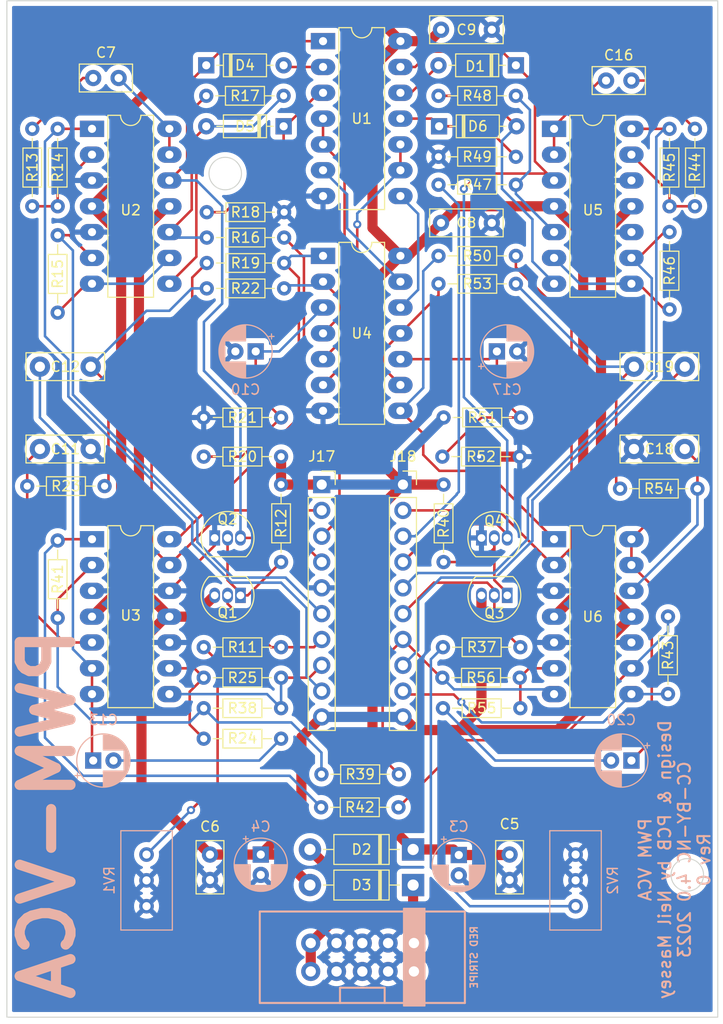
<source format=kicad_pcb>
(kicad_pcb (version 20211014) (generator pcbnew)
  (layers (0 "F.Cu" signal) (31 "B.Cu" signal) (34 "B.Paste" user) (35 "F.Paste" user) (36 "B.SilkS" user "B.Silkscreen") (37 "F.SilkS" user "F.Silkscreen") (38 "B.Mask" user) (39 "F.Mask" user) (44 "Edge.Cuts" user))
  (net 0 "")
  (net 1 "+12V")
  (net 2 "GND")
  (net 3 "-12V")
  (net 4 "Net-(C7-Pad1)")
  (net 5 "Net-(C7-Pad2)")
  (net 6 "Net-(C10-Pad1)")
  (net 7 "Net-(C11-Pad1)")
  (net 8 "Net-(C12-Pad1)")
  (net 9 "Net-(C12-Pad2)")
  (net 10 "Net-(C13-Pad2)")
  (net 11 "Net-(C16-Pad1)")
  (net 12 "Net-(C16-Pad2)")
  (net 13 "Net-(C17-Pad1)")
  (net 14 "Net-(C18-Pad1)")
  (net 15 "Net-(C19-Pad1)")
  (net 16 "Net-(C19-Pad2)")
  (net 17 "Net-(C20-Pad2)")
  (net 18 "RATE_SEL_2")
  (net 19 "Net-(D1-Pad2)")
  (net 20 "Net-(D2-Pad2)")
  (net 21 "Net-(D3-Pad1)")
  (net 22 "RATE_SEL_1")
  (net 23 "Net-(D4-Pad2)")
  (net 24 "Net-(D5-Pad1)")
  (net 25 "Net-(D5-Pad2)")
  (net 26 "Net-(D6-Pad1)")
  (net 27 "Net-(D6-Pad2)")
  (net 28 "IN_1")
  (net 29 "CLK_IN_1")
  (net 30 "PW1")
  (net 31 "CV1")
  (net 32 "OUT_1")
  (net 33 "SAW_1")
  (net 34 "IN_2")
  (net 35 "CLK_IN_2")
  (net 36 "PW2")
  (net 37 "CV2")
  (net 38 "OUT_2")
  (net 39 "SAW_2")
  (net 40 "MIX")
  (net 41 "Net-(Q1-Pad1)")
  (net 42 "Net-(Q3-Pad1)")
  (net 43 "Net-(R11-Pad1)")
  (net 44 "Net-(R13-Pad1)")
  (net 45 "Net-(R15-Pad2)")
  (net 46 "Net-(R16-Pad1)")
  (net 47 "Net-(R19-Pad2)")
  (net 48 "Net-(R22-Pad1)")
  (net 49 "Net-(R24-Pad2)")
  (net 50 "Net-(R37-Pad1)")
  (net 51 "Net-(R38-Pad1)")
  (net 52 "Net-(R41-Pad1)")
  (net 53 "Net-(R42-Pad1)")
  (net 54 "Net-(R44-Pad1)")
  (net 55 "Net-(R46-Pad2)")
  (net 56 "Net-(R47-Pad1)")
  (net 57 "Net-(R50-Pad2)")
  (net 58 "Net-(R53-Pad1)")
  (net 59 "Net-(R55-Pad2)")
  (net 60 "P3")
  (net 61 "P2")
  (net 62 "P0")
  (net 63 "P1")
  (footprint "Diode_THT:D_DO-41_SOD81_P10.16mm_Horizontal" (layer "F.Cu") (at 40 87 180)
    (fp_text reference "D3")
    (fp_text value "1N4001")
  )
  (footprint "Resistor_THT:R_Axial_DIN0204_L3.6mm_D1.6mm_P7.62mm_Horizontal" (layer "F.Cu") (at 65.25 22.75 -90)
    (fp_text reference "R46")
    (fp_text value "100k")
  )
  (footprint "Capacitor_THT:C_Disc_D5.0mm_W2.5mm_P2.50mm" (layer "F.Cu") (at 49.5 84 -90)
    (fp_text reference "C5")
    (fp_text value "100nF")
  )
  (footprint "Package_TO_SOT_THT:TO-92_Inline" (layer "F.Cu") (at 23 58.5 180)
    (fp_text reference "Q1")
    (fp_text value "2N3906")
  )
  (footprint "Resistor_THT:R_Axial_DIN0204_L3.6mm_D1.6mm_P7.62mm_Horizontal" (layer "F.Cu") (at 43 55.22 90)
    (fp_text reference "R40")
    (fp_text value "1M")
  )
  (footprint "Capacitor_THT:C_Disc_D7.5mm_W2.5mm_P5.00mm" (layer "F.Cu") (at 61.75 36)
    (fp_text reference "C19")
    (fp_text value "2.2nF")
  )
  (footprint "Capacitor_THT:C_Disc_D5.0mm_W2.5mm_P2.50mm" (layer "F.Cu") (at 59 7.85)
    (fp_text reference "C16")
    (fp_text value "1uF")
  )
  (footprint "Resistor_THT:R_Axial_DIN0204_L3.6mm_D1.6mm_P7.62mm_Horizontal" (layer "F.Cu") (at 19.38 63.6)
    (fp_text reference "R11")
    (fp_text value "1.5k")
  )
  (footprint "Package_DIP:DIP-14_W7.62mm_LongPads" (layer "F.Cu") (at 31.13 25.1)
    (fp_text reference "U4")
    (fp_text value "4066")
  )
  (footprint "Package_DIP:DIP-14_W7.62mm_LongPads" (layer "F.Cu") (at 53.88 52.975)
    (fp_text reference "U6")
    (fp_text value "TL074")
  )
  (footprint "Capacitor_THT:C_Disc_D7.5mm_W2.5mm_P5.00mm" (layer "F.Cu") (at 8.25 36 180)
    (fp_text reference "C12")
    (fp_text value "2.2nF")
  )
  (footprint "Resistor_THT:R_Axial_DIN0204_L3.6mm_D1.6mm_P7.62mm_Horizontal" (layer "F.Cu") (at 27 44.85 180)
    (fp_text reference "R20")
    (fp_text value "100k")
  )
  (footprint "Resistor_THT:R_Axial_DIN0204_L3.6mm_D1.6mm_P7.62mm_Horizontal" (layer "F.Cu") (at 2.5 20.22 90)
    (fp_text reference "R13")
    (fp_text value "22k")
  )
  (footprint "Resistor_THT:R_Axial_DIN0204_L3.6mm_D1.6mm_P7.62mm_Horizontal" (layer "F.Cu") (at 30.975 76.1)
    (fp_text reference "R39")
    (fp_text value "100k")
  )
  (footprint "Package_DIP:DIP-14_W7.62mm_LongPads" (layer "F.Cu") (at 53.88 12.6)
    (fp_text reference "U5")
    (fp_text value "TL074")
  )
  (footprint "Capacitor_THT:C_Disc_D7.0mm_W2.5mm_P5.00mm" (layer "F.Cu") (at 42.75 21.85)
    (fp_text reference "C8")
    (fp_text value "100nF")
  )
  (footprint "Resistor_THT:R_Axial_DIN0204_L3.6mm_D1.6mm_P7.62mm_Horizontal" (layer "F.Cu") (at 5 23.065 -90)
    (fp_text reference "R15")
    (fp_text value "100k")
  )
  (footprint "Resistor_THT:R_Axial_DIN0204_L3.6mm_D1.6mm_P7.62mm_Horizontal" (layer "F.Cu") (at 19.68 25.8)
    (fp_text reference "R19")
    (fp_text value "47k")
  )
  (footprint "Resistor_THT:R_Axial_DIN0204_L3.6mm_D1.6mm_P7.62mm_Horizontal" (layer "F.Cu") (at 42.88 44.85)
    (fp_text reference "R52")
    (fp_text value "100k")
  )
  (footprint "Package_DIP:DIP-14_W7.62mm_LongPads" (layer "F.Cu") (at 8.38 12.6)
    (fp_text reference "U2")
    (fp_text value "TL074")
  )
  (footprint "Resistor_THT:R_Axial_DIN0204_L3.6mm_D1.6mm_P7.62mm_Horizontal" (layer "F.Cu") (at 42.94 63.6)
    (fp_text reference "R37")
    (fp_text value "1.5k")
  )
  (footprint "Diode_THT:D_DO-41_SOD81_P10.16mm_Horizontal" (layer "F.Cu") (at 40 83.5 180)
    (fp_text reference "D2")
    (fp_text value "1N4001")
  )
  (footprint "Capacitor_THT:C_Disc_D7.0mm_W2.5mm_P5.00mm" (layer "F.Cu") (at 42.75 2.85)
    (fp_text reference "C9")
    (fp_text value "100nF")
  )
  (footprint "Resistor_THT:R_Axial_DIN0204_L3.6mm_D1.6mm_P7.62mm_Horizontal" (layer "F.Cu") (at 27.25 9.35 180)
    (fp_text reference "R17")
    (fp_text value "10M")
  )
  (footprint "Resistor_THT:R_Axial_DIN0204_L3.6mm_D1.6mm_P7.62mm_Horizontal" (layer "F.Cu") (at 50.12 25.1 180)
    (fp_text reference "R50")
    (fp_text value "47k")
  )
  (footprint "Diode_THT:D_DO-35_SOD27_P7.62mm_Horizontal" (layer "F.Cu") (at 27.25 12.35 180)
    (fp_text reference "D5")
    (fp_text value "1N4148")
  )
  (footprint "Resistor_THT:R_Axial_DIN0204_L3.6mm_D1.6mm_P7.62mm_Horizontal" (layer "F.Cu") (at 42.5 27.85)
    (fp_text reference "R53")
    (fp_text value "4.7k")
  )
  (footprint "Resistor_THT:R_Axial_DIN0204_L3.6mm_D1.6mm_P7.62mm_Horizontal" (layer "F.Cu") (at 65.25 12.6 -90)
    (fp_text reference "R45")
    (fp_text value "100k")
  )
  (footprint "Resistor_THT:R_Axial_DIN0204_L3.6mm_D1.6mm_P7.62mm_Horizontal" (layer "F.Cu") (at 5 12.6 -90)
    (fp_text reference "R14")
    (fp_text value "100k")
  )
  (footprint "Connector_PinSocket_2.54mm:PinSocket_1x10_P2.54mm_Vertical" (layer "F.Cu") (at 31 47.6)
    (fp_text reference "J17")
    (fp_text value "Conn_01x10_Female")
  )
  (footprint "Resistor_THT:R_Axial_DIN0204_L3.6mm_D1.6mm_P7.62mm_Horizontal" (layer "F.Cu") (at 43 41)
    (fp_text reference "R51")
    (fp_text value "100k")
  )
  (footprint "Package_DIP:DIP-14_W7.62mm_LongPads" (layer "F.Cu") (at 31.13 3.975)
    (fp_text reference "U1")
    (fp_text value "40106")
  )
  (footprint "Connector_PinSocket_2.54mm:PinSocket_1x10_P2.54mm_Vertical" (layer "F.Cu") (at 39 47.6)
    (fp_text reference "J18")
    (fp_text value "Conn_01x10_Female")
  )
  (footprint "Resistor_THT:R_Axial_DIN0204_L3.6mm_D1.6mm_P7.62mm_Horizontal" (layer "F.Cu") (at 60.38 48)
    (fp_text reference "R54")
    (fp_text value "4.7k")
  )
  (footprint "Resistor_THT:R_Axial_DIN0204_L3.6mm_D1.6mm_P7.62mm_Horizontal" (layer "F.Cu") (at 9.62 47.75 180)
    (fp_text reference "R23")
    (fp_text value "4.7k")
  )
  (footprint "Resistor_THT:R_Axial_DIN0204_L3.6mm_D1.6mm_P7.62mm_Horizontal" (layer "F.Cu") (at 5 53.1 -90)
    (fp_text reference "R41")
    (fp_text value "100k")
  )
  (footprint "Diode_THT:D_DO-35_SOD27_P7.62mm_Horizontal" (layer "F.Cu") (at 19.63 6.35)
    (fp_text reference "D4")
    (fp_text value "1N4148")
  )
  (footprint "Resistor_THT:R_Axial_DIN0204_L3.6mm_D1.6mm_P7.62mm_Horizontal" (layer "F.Cu") (at 38.56 79.35 180)
    (fp_text reference "R42")
    (fp_text value "100k")
  )
  (footprint "Resistor_THT:R_Axial_DIN0204_L3.6mm_D1.6mm_P7.62mm_Horizontal" (layer "F.Cu") (at 27.3 20.8 180)
    (fp_text reference "R18")
    (fp_text value "1k")
  )
  (footprint "Capacitor_THT:C_Disc_D7.5mm_W2.5mm_P5.00mm" (layer "F.Cu") (at 3.25 44.1)
    (fp_text reference "C11")
    (fp_text value "1nF")
  )
  (footprint "Resistor_THT:R_Axial_DIN0204_L3.6mm_D1.6mm_P7.62mm_Horizontal" (layer "F.Cu") (at 27 41 180)
    (fp_text reference "R21")
    (fp_text value "100k")
  )
  (footprint "Package_TO_SOT_THT:TO-92_Inline" (layer "F.Cu") (at 49.27 58.5 180)
    (fp_text reference "Q3")
    (fp_text value "2N3906")
  )
  (footprint "Resistor_THT:R_Axial_DIN0204_L3.6mm_D1.6mm_P7.62mm_Horizontal" (layer "F.Cu") (at 65.1 68.2 90)
    (fp_text reference "R43")
    (fp_text value "100k")
  )
  (footprint "Resistor_THT:R_Axial_DIN0204_L3.6mm_D1.6mm_P7.62mm_Horizontal" (layer "F.Cu") (at 50.12 18.1 180)
    (fp_text reference "R47")
    (fp_text value "100k")
  )
  (footprint "Resistor_THT:R_Axial_DIN0204_L3.6mm_D1.6mm_P7.62mm_Horizontal" (layer "F.Cu") (at 19.38 66.6)
    (fp_text reference "R25")
    (fp_text value "330k")
  )
  (footprint "Resistor_THT:R_Axial_DIN0204_L3.6mm_D1.6mm_P7.62mm_Horizontal" (layer "F.Cu") (at 67.75 20.22 90)
    (fp_text reference "R44")
    (fp_text value "22k")
  )
  (footprint "Capacitor_THT:C_Disc_D5.0mm_W2.5mm_P2.50mm" (layer "F.Cu") (at 20 84 -90)
    (fp_text reference "C6")
    (fp_text value "100nF")
  )
  (footprint "Capacitor_THT:C_Disc_D5.0mm_W2.5mm_P2.50mm" (layer "F.Cu") (at 11 7.6 180)
    (fp_text reference "C7")
    (fp_text value "1uF")
  )
  (footprint "Package_TO_SOT_THT:TO-92_Inline" (layer "F.Cu") (at 46.73 52.85)
    (fp_text reference "Q4")
    (fp_text value "2N3904")
  )
  (footprint "Diode_THT:D_DO-35_SOD27_P7.62mm_Horizontal" (layer "F.Cu") (at 50.12 6.35 180)
    (fp_text reference "D1")
    (fp_text value "1N4148")
  )
  (footprint "Resistor_THT:R_Axial_DIN0204_L3.6mm_D1.6mm_P7.62mm_Horizontal" (layer "F.Cu") (at 42.5 15.35)
    (fp_text reference "R49")
    (fp_text value "1k")
  )
  (footprint "Resistor_THT:R_Axial_DIN0204_L3.6mm_D1.6mm_P7.62mm_Horizontal" (layer "F.Cu") (at 27 72.6 180)
    (fp_text reference "R24")
    (fp_text value "100k")
  )
  (footprint "Resistor_THT:R_Axial_DIN0204_L3.6mm_D1.6mm_P7.62mm_Horizontal" (layer "F.Cu") (at 19.38 69.6)
    (fp_text reference "R38")
    (fp_text value "100k")
  )
  (footprint "Resistor_THT:R_Axial_DIN0204_L3.6mm_D1.6mm_P7.62mm_Horizontal" (layer "F.Cu") (at 27 55.22 90)
    (fp_text reference "R12")
    (fp_text value "1M")
  )
  (footprint "Package_DIP:DIP-14_W7.62mm_LongPads" (layer "F.Cu") (at 8.38 52.975)
    (fp_text reference "U3")
    (fp_text value "TL074")
  )
  (footprint "Diode_THT:D_DO-35_SOD27_P7.62mm_Horizontal" (layer "F.Cu") (at 42.56 12.35)
    (fp_text reference "D6")
    (fp_text value "1N4148")
  )
  (footprint "Resistor_THT:R_Axial_DIN0204_L3.6mm_D1.6mm_P7.62mm_Horizontal" (layer "F.Cu") (at 19.68 23.3)
    (fp_text reference "R16")
    (fp_text value "100k")
  )
  (footprint "Resistor_THT:R_Axial_DIN0204_L3.6mm_D1.6mm_P7.62mm_Horizontal" (layer "F.Cu") (at 42.94 69.6)
    (fp_text reference "R55")
    (fp_text value "100k")
  )
  (footprint "Package_TO_SOT_THT:TO-92_Inline" (layer "F.Cu") (at 20.46 52.85)
    (fp_text reference "Q2")
    (fp_text value "2N3904")
  )
  (footprint "Resistor_THT:R_Axial_DIN0204_L3.6mm_D1.6mm_P7.62mm_Horizontal" (layer "F.Cu") (at 27.3 28.3 180)
    (fp_text reference "R22")
    (fp_text value "4.7k")
  )
  (footprint "Capacitor_THT:C_Disc_D7.5mm_W2.5mm_P5.00mm" (layer "F.Cu") (at 66.75 44.1 180)
    (fp_text reference "C18")
    (fp_text value "1nF")
  )
  (footprint "Resistor_THT:R_Axial_DIN0204_L3.6mm_D1.6mm_P7.62mm_Horizontal" (layer "F.Cu") (at 42.5 9.35)
    (fp_text reference "R48")
    (fp_text value "10M")
  )
  (footprint "Resistor_THT:R_Axial_DIN0204_L3.6mm_D1.6mm_P7.62mm_Horizontal" (layer "F.Cu") (at 50.5 66.6 180)
    (fp_text reference "R56")
    (fp_text value "330k")
  )
  (footprint "winterbloom:Eurorack_Power_2x5_Shrouded" (layer "B.Cu") (at 40.08 95.5 180)
    (fp_text reference "J7" hide)
    (fp_text value "Eurorack_Power" hide)
  )
  (footprint "Capacitor_THT:CP_Radial_D5.0mm_P2.00mm" (layer "B.Cu") (at 25 84 -90)
    (fp_text reference "C4")
    (fp_text value "10uF")
  )
  (footprint "Capacitor_THT:CP_Radial_D5.0mm_P2.00mm" (layer "B.Cu") (at 48.25 34.5)
    (fp_text reference "C17")
    (fp_text value "1uF")
  )
  (footprint "Potentiometer_THT:Potentiometer_Bourns_3296W_Vertical" (layer "B.Cu") (at 56 84 90)
    (fp_text reference "RV2")
    (fp_text value "1k")
  )
  (footprint "Capacitor_THT:CP_Radial_D5.0mm_P2.00mm" (layer "B.Cu") (at 44.5 84.044888 -90)
    (fp_text reference "C3")
    (fp_text value "10uF")
  )
  (footprint "Capacitor_THT:CP_Radial_D5.0mm_P2.00mm" (layer "B.Cu") (at 24.5 34.5 180)
    (fp_text reference "C10")
    (fp_text value "1uF")
  )
  (footprint "Potentiometer_THT:Potentiometer_Bourns_3296W_Vertical" (layer "B.Cu") (at 13.75 89.08 -90)
    (fp_text reference "RV1")
    (fp_text value "1k")
  )
  (footprint "Capacitor_THT:CP_Radial_D5.0mm_P2.00mm" (layer "B.Cu") (at 8.5 74.75)
    (fp_text reference "C13")
    (fp_text value "4.7uF")
  )
  (footprint "Capacitor_THT:CP_Radial_D5.0mm_P2.00mm" (layer "B.Cu") (at 61.5 74.75 180)
    (fp_text reference "C20")
    (fp_text value "4.7uF")
  )
  (gr_circle (center 21.5 17) (end 23.1 17) (layer "Edge.Cuts") (width 0.1) (fill none))
  (gr_circle (center 67 86) (end 68.6 86) (layer "Edge.Cuts") (width 0.1) (fill none))
  (gr_rect (start 0 0) (end 70 100) (layer "Edge.Cuts") (width 0.1) (fill none))
  (gr_text "PWM-VCA" (at 4 80 90) (layer "B.SilkS") (effects (font (size 5 5) (thickness 1)) (justify mirror)))
  (gr_text "PWM VCA\nDesign & PCB by Neil Massey\nCC-BY-NC 4.0 2023\nRev 0" (at 65.75 84.5 90) (layer "B.SilkS") (effects (font (size 1.2 1.2) (thickness 0.2)) (justify mirror)))
  (segment (start 49.455112 84.044888) (end 49.5 84) (width 1) (layer "F.Cu") (net 1))
  (segment (start 38.75 25.1) (end 36 22.35) (width 1) (layer "F.Cu") (net 1))
  (segment (start 53.88 60.595) (end 56.75 57.725) (width 1) (layer "F.Cu") (net 1))
  (segment (start 38.6375 3.975) (end 38.75 3.975) (width 1) (layer "F.Cu") (net 1))
  (segment (start 39.5 25.1) (end 42.75 21.85) (width 1) (layer "F.Cu") (net 1))
  (segment (start 36 22.35) (end 36 6.6125) (width 1) (layer "F.Cu") (net 1))
  (segment (start 20.75 2) (end 11.25 11.5) (width 1) (layer "F.Cu") (net 1))
  (segment (start 38.75 3.975) (end 41.625 3.975) (width 1) (layer "F.Cu") (net 1))
  (segment (start 36 27.85) (end 38.75 25.1) (width 1) (layer "F.Cu") (net 1))
  (segment (start 44.38 20.22) (end 53.88 20.22) (width 1) (layer "F.Cu") (net 1))
  (segment (start 39 47.6) (end 36 44.6) (width 1) (layer "F.Cu") (net 1))
  (segment (start 11.25 17.35) (end 8.38 20.22) (width 1) (layer "F.Cu") (net 1))
  (segment (start 36 50.6) (end 39 47.6) (width 1) (layer "F.Cu") (net 1))
  (segment (start 44.5 84.044888) (end 49.455112 84.044888) (width 1) (layer "F.Cu") (net 1))
  (segment (start 38.75 25.1) (end 39.5 25.1) (width 1) (layer "F.Cu") (net 1))
  (segment (start 56.75 23.09) (end 53.88 20.22) (width 1) (layer "F.Cu") (net 1))
  (segment (start 11.25 57.725) (end 8.38 60.595) (width 1) (layer "F.Cu") (net 1))
  (segment (start 40 83.5) (end 36 79.5) (width 1) (layer "F.Cu") (net 1))
  (segment (start 39 47.6) (end 43 47.6) (width 1) (layer "F.Cu") (net 1))
  (segment (start 27 47.6) (end 27 44.85) (width 1) (layer "F.Cu") (net 1))
  (segment (start 31 47.6) (end 27 47.6) (width 1) (layer "F.Cu") (net 1))
  (segment (start 36.775 2) (end 20.75 2) (width 1) (layer "F.Cu") (net 1))
  (segment (start 41.625 3.975) (end 42.75 2.85) (width 1) (layer "F.Cu") (net 1))
  (segment (start 43.955112 83.5) (end 44.5 84.044888) (width 1) (layer "F.Cu") (net 1))
  (segment (start 11.25 23.09) (end 11.25 57.725) (width 1) (layer "F.Cu") (net 1))
  (segment (start 38.75 3.975) (end 36.775 2) (width 1) (layer "F.Cu") (net 1))
  (segment (start 40 83.5) (end 43.955112 83.5) (width 1) (layer "F.Cu") (net 1))
  (segment (start 42.75 21.85) (end 44.38 20.22) (width 1) (layer "F.Cu") (net 1))
  (segment (start 36 79.5) (end 36 50.6) (width 1) (layer "F.Cu") (net 1))
  (segment (start 36 6.6125) (end 38.6375 3.975) (width 1) (layer "F.Cu") (net 1))
  (segment (start 56.75 57.725) (end 56.75 23.09) (width 1) (layer "F.Cu") (net 1))
  (segment (start 11.25 11.5) (end 11.25 17.35) (width 1) (layer "F.Cu") (net 1))
  (segment (start 36 44.6) (end 36 27.85) (width 1) (layer "F.Cu") (net 1))
  (segment (start 8.38 20.22) (end 11.25 23.09) (width 1) (layer "F.Cu") (net 1))
  (segment (start 39 47.6) (end 39 45) (width 1) (layer "B.Cu") (net 1))
  (segment (start 39 45) (end 43 41) (width 1) (layer "B.Cu") (net 1))
  (segment (start 39 47.6) (end 31 47.6) (width 1) (layer "B.Cu") (net 1))
  (segment (start 16 58.055) (end 20.46 53.595) (width 0.25) (layer "F.Cu") (net 2))
  (segment (start 50.5 44.85) (end 46.5 44.850001) (width 1) (layer "F.Cu") (net 2))
  (segment (start 20.46 53.595) (end 20.46 52.85) (width 0.25) (layer "F.Cu") (net 2))
  (via (at 46.5 44.850001) (size 0.8) (drill 0.4) (layers "F.Cu" "B.Cu") (net 2))
  (segment (start 16 60.595) (end 13 57.595) (width 1) (layer "F.Cu") (net 3))
  (segment (start 46.73 69.52) (end 46.73 58.5) (width 1) (layer "F.Cu") (net 3))
  (segment (start 29 72.46) (end 31 70.46) (width 1) (layer "F.Cu") (net 3))
  (segment (start 58.5 23.22) (end 61.5 20.22) (width 1) (layer "F.Cu") (net 3))
  (segment (start 18.365 60.595) (end 20.46 58.5) (width 1) (layer "F.Cu") (net 3))
  (segment (start 13 57.595) (end 13 22.985) (width 1) (layer "F.Cu") (net 3))
  (segment (start 29.84 87) (end 26.84 84) (width 1) (layer "F.Cu") (net 3))
  (segment (start 58.5 67.5) (end 58.5 63.595) (width 1) (layer "F.Cu") (net 3))
  (segment (start 15.765 20.22) (end 16 20.22) (width 1) (layer "F.Cu") (net 3))
  (segment (start 40.29 71.75) (end 44.5 71.75) (width 1) (layer "F.Cu") (net 3))
  (segment (start 26.84 84) (end 25 84) (width 1) (layer "F.Cu") (net 3))
  (segment (start 58.5 63.595) (end 61.5 60.595) (width 1) (layer "F.Cu") (net 3))
  (segment (start 20 84) (end 13.25 77.25) (width 1) (layer "F.Cu") (net 3))
  (segment (start 16 60.595) (end 18.365 60.595) (width 1) (layer "F.Cu") (net 3))
  (segment (start 44.5 71.75) (end 46.73 69.52) (width 1) (layer "F.Cu") (net 3))
  (segment (start 54.25 71.75) (end 58.5 67.5) (width 1) (layer "F.Cu") (net 3))
  (segment (start 13.25 77.25) (end 13.25 63) (width 1) (layer "F.Cu") (net 3))
  (segment (start 15.655 60.595) (end 16 60.595) (width 1) (layer "F.Cu") (net 3))
  (segment (start 25 84) (end 29 80) (width 1) (layer "F.Cu") (net 3))
  (segment (start 25 84) (end 20 84) (width 1) (layer "F.Cu") (net 3))
  (segment (start 29 80) (end 29 72.46) (width 1) (layer "F.Cu") (net 3))
  (segment (start 13 22.985) (end 15.765 20.22) (width 1) (layer "F.Cu") (net 3))
  (segment (start 13.25 63) (end 15.655 60.595) (width 1) (layer "F.Cu") (net 3))
  (segment (start 58.5 57.595) (end 58.5 23.22) (width 1) (layer "F.Cu") (net 3))
  (segment (start 44.5 71.75) (end 54.25 71.75) (width 1) (layer "F.Cu") (net 3))
  (segment (start 39 70.46) (end 40.29 71.75) (width 1) (layer "F.Cu") (net 3))
  (segment (start 61.5 60.595) (end 58.5 57.595) (width 1) (layer "F.Cu") (net 3))
  (segment (start 31 70.46) (end 39 70.46) (width 1) (layer "B.Cu") (net 3))
  (segment (start 16 15.14) (end 16 12.6) (width 0.25) (layer "F.Cu") (net 4))
  (segment (start 16 12.6) (end 11 7.6) (width 0.25) (layer "B.Cu") (net 4))
  (segment (start 7.5 7.6) (end 8.5 7.6) (width 0.25) (layer "F.Cu") (net 5))
  (segment (start 2.5 12.6) (end 7.5 7.6) (width 0.25) (layer "F.Cu") (net 5))
  (segment (start 24.5 38.5) (end 24.5 34.5) (width 0.25) (layer "F.Cu") (net 6))
  (segment (start 27 41) (end 24.5 38.5) (width 0.25) (layer "F.Cu") (net 6))
  (segment (start 19.38 44.85) (end 23.15 44.85) (width 0.25) (layer "F.Cu") (net 6))
  (segment (start 23.15 44.85) (end 27 41) (width 0.25) (layer "F.Cu") (net 6))
  (segment (start 26.81 34.5) (end 31.13 30.18) (width 0.25) (layer "B.Cu") (net 6))
  (segment (start 24.5 34.5) (end 26.81 34.5) (width 0.25) (layer "B.Cu") (net 6))
  (segment (start 2 59.5) (end 2 47.75) (width 0.25) (layer "F.Cu") (net 7))
  (segment (start 8.38 63.135) (end 5.635 63.135) (width 0.25) (layer "F.Cu") (net 7))
  (segment (start 5.635 63.135) (end 2 59.5) (width 0.25) (layer "F.Cu") (net 7))
  (segment (start 2 45.35) (end 3.25 44.1) (width 0.25) (layer "F.Cu") (net 7))
  (segment (start 2 47.75) (end 2 45.35) (width 0.25) (layer "F.Cu") (net 7))
  (segment (start 10 37.75) (end 8.25 36) (width 0.25) (layer "F.Cu") (net 8))
  (segment (start 10 47.37) (end 10 37.75) (width 0.25) (layer "F.Cu") (net 8))
  (segment (start 9.62 47.75) (end 10 47.37) (width 0.25) (layer "F.Cu") (net 8))
  (segment (start 8.25 36) (end 13.75 30.5) (width 0.25) (layer "B.Cu") (net 8))
  (segment (start 16 30.5) (end 18.2 28.3) (width 0.25) (layer "B.Cu") (net 8))
  (segment (start 13.75 30.5) (end 16 30.5) (width 0.25) (layer "B.Cu") (net 8))
  (segment (start 18.2 28.3) (end 19.68 28.3) (width 0.25) (layer "B.Cu") (net 8))
  (segment (start 8.38 65.675) (end 8.38 68.215) (width 0.25) (layer "F.Cu") (net 9))
  (segment (start 8.38 68.215) (end 8.38 74.63) (width 0.25) (layer "F.Cu") (net 9))
  (segment (start 8.38 74.63) (end 8.5 74.75) (width 0.25) (layer "F.Cu") (net 9))
  (segment (start 3.25 36) (end 3.25 41) (width 0.25) (layer "B.Cu") (net 9))
  (segment (start 6.5 63.795) (end 8.38 65.675) (width 0.25) (layer "B.Cu") (net 9))
  (segment (start 6.5 44.25) (end 6.5 63.795) (width 0.25) (layer "B.Cu") (net 9))
  (segment (start 3.25 41) (end 6.5 44.25) (width 0.25) (layer "B.Cu") (net 9))
  (segment (start 24.85 74.75) (end 10.5 74.75) (width 0.25) (layer "B.Cu") (net 10))
  (segment (start 27 72.6) (end 24.85 74.75) (width 0.25) (layer "B.Cu") (net 10))
  (segment (start 53.88 12.6) (end 53.88 12.37) (width 0.25) (layer "F.Cu") (net 11))
  (segment (start 53.88 15.14) (end 53.88 12.6) (width 0.25) (layer "F.Cu") (net 11))
  (segment (start 53.88 12.37) (end 58.4 7.85) (width 0.25) (layer "F.Cu") (net 11))
  (segment (start 58.4 7.85) (end 59 7.85) (width 0.25) (layer "F.Cu") (net 11))
  (segment (start 61.5 7.85) (end 63 7.85) (width 0.25) (layer "F.Cu") (net 12))
  (segment (start 63 7.85) (end 67.75 12.6) (width 0.25) (layer "F.Cu") (net 12))
  (segment (start 47.49 35.26) (end 48.25 34.5) (width 0.25) (layer "F.Cu") (net 13))
  (segment (start 42.88 44.85) (end 46.73 41) (width 0.25) (layer "F.Cu") (net 13))
  (segment (start 38.75 35.26) (end 47.49 35.26) (width 0.25) (layer "F.Cu") (net 13))
  (segment (start 48.25 38.63) (end 48.25 34.5) (width 0.25) (layer "F.Cu") (net 13))
  (segment (start 46.73 41) (end 50.62 41) (width 0.25) (layer "F.Cu") (net 13))
  (segment (start 50.62 41) (end 48.25 38.63) (width 0.25) (layer "F.Cu") (net 13))
  (segment (start 68 48) (end 68 45.35) (width 0.25) (layer "F.Cu") (net 14))
  (segment (start 68 45.35) (end 66.75 44.1) (width 0.25) (layer "F.Cu") (net 14))
  (segment (start 61.5 58.055) (end 68 51.555) (width 0.25) (layer "B.Cu") (net 14))
  (segment (start 68 51.555) (end 68 48) (width 0.25) (layer "B.Cu") (net 14))
  (segment (start 60 47.62) (end 60.38 48) (width 0.25) (layer "F.Cu") (net 15))
  (segment (start 61.75 36) (end 60 37.75) (width 0.25) (layer "F.Cu") (net 15))
  (segment (start 60 37.75) (end 60 47.62) (width 0.25) (layer "F.Cu") (net 15))
  (segment (start 61.75 36) (end 58.27 36) (width 0.25) (layer "B.Cu") (net 15))
  (segment (start 58.27 36) (end 50.12 27.85) (width 0.25) (layer "B.Cu") (net 15))
  (segment (start 63.5 72.75) (end 63.5 57.515) (width 0.25) (layer "F.Cu") (net 16))
  (segment (start 64.3 50.2) (end 64.3 38.45) (width 0.25) (layer "F.Cu") (net 16))
  (segment (start 61.5 52.975) (end 63.075 51.4) (width 0.25) (layer "F.Cu") (net 16))
  (segment (start 63.1 51.4) (end 64.3 50.2) (width 0.25) (layer "F.Cu") (net 16))
  (segment (start 61.5 74.75) (end 63.5 72.75) (width 0.25) (layer "F.Cu") (net 16))
  (segment (start 61.5 52.975) (end 61.5 55.515) (width 0.25) (layer "F.Cu") (net 16))
  (segment (start 64.3 38.45) (end 66.75 36) (width 0.25) (layer "F.Cu") (net 16))
  (segment (start 63.075 51.4) (end 63.1 51.4) (width 0.25) (layer "F.Cu") (net 16))
  (segment (start 63.5 57.515) (end 61.5 55.515) (width 0.25) (layer "F.Cu") (net 16))
  (segment (start 48.09 74.75) (end 42.94 69.6) (width 0.25) (layer "B.Cu") (net 17))
  (segment (start 59.5 74.75) (end 48.09 74.75) (width 0.25) (layer "B.Cu") (net 17))
  (segment (start 53.88 17.68) (end 53.2 17) (width 0.25) (layer "F.Cu") (net 18))
  (segment (start 38.75 6.515) (end 40.2 6.515) (width 0.25) (layer "F.Cu") (net 18))
  (segment (start 52 8.23) (end 50.12 6.35) (width 0.25) (layer "F.Cu") (net 18))
  (segment (start 49.27 52.52) (end 49.27 52.85) (width 0.25) (layer "F.Cu") (net 18))
  (segment (start 53.2 17) (end 46.5 17) (width 0.25) (layer "F.Cu") (net 18))
  (segment (start 48.77 5) (end 50.12 6.35) (width 0.25) (layer "F.Cu") (net 18))
  (segment (start 52 15.8) (end 52 8.23) (width 0.25) (layer "F.Cu") (net 18))
  (segment (start 41.715 5) (end 48.77 5) (width 0.25) (layer "F.Cu") (net 18))
  (segment (start 53.88 17.68) (end 52 15.8) (width 0.25) (layer "F.Cu") (net 18))
  (segment (start 42.72 51.5) (end 48.25 51.5) (width 0.25) (layer "F.Cu") (net 18))
  (segment (start 39 55.22) (end 42.72 51.5) (width 0.25) (layer "F.Cu") (net 18))
  (segment (start 46.5 17) (end 44.999999 18.500001) (width 0.25) (layer "F.Cu") (net 18))
  (segment (start 48.25 51.5) (end 49.27 52.52) (width 0.25) (layer "F.Cu") (net 18))
  (segment (start 40.2 6.515) (end 41.715 5) (width 0.25) (layer "F.Cu") (net 18))
  (via (at 44.999999 18.500001) (size 0.8) (drill 0.4) (layers "F.Cu" "B.Cu") (net 18))
  (segment (start 49.27 52.85) (end 49.27 43.27) (width 0.25) (layer "B.Cu") (net 18))
  (segment (start 44.999999 38.999999) (end 44.999999 18.500001) (width 0.25) (layer "B.Cu") (net 18))
  (segment (start 49.27 43.27) (end 44.999999 38.999999) (width 0.25) (layer "B.Cu") (net 18))
  (segment (start 39.795 9.055) (end 42.5 6.35) (width 0.25) (layer "F.Cu") (net 19))
  (segment (start 38.75 9.055) (end 39.795 9.055) (width 0.25) (layer "F.Cu") (net 19))
  (segment (start 32 90.626) (end 29.92 92.706) (width 1) (layer "F.Cu") (net 20))
  (segment (start 29.92 92.706) (end 29.92 95.5) (width 1) (layer "F.Cu") (net 20))
  (segment (start 29.84 83.5) (end 32 85.66) (width 1) (layer "F.Cu") (net 20))
  (segment (start 32 85.66) (end 32 90.626) (width 1) (layer "F.Cu") (net 20))
  (segment (start 40.08 95.5) (end 40.08 92.706) (width 1) (layer "F.Cu") (net 21))
  (segment (start 40 87) (end 40 92.626) (width 1) (layer "F.Cu") (net 21))
  (segment (start 40 92.626) (end 40.08 92.706) (width 1) (layer "F.Cu") (net 21))
  (segment (start 19.63 6.35) (end 22.005 3.975) (width 0.25) (layer "F.Cu") (net 22))
  (segment (start 16 17.68) (end 17.75 15.93) (width 0.25) (layer "F.Cu") (net 22))
  (segment (start 23 52.85) (end 28.63 52.85) (width 0.25) (layer "F.Cu") (net 22))
  (segment (start 17.75 15.93) (end 17.75 8.23) (width 0.25) (layer "F.Cu") (net 22))
  (segment (start 22.005 3.975) (end 31.13 3.975) (width 0.25) (layer "F.Cu") (net 22))
  (segment (start 17.75 8.23) (end 19.63 6.35) (width 0.25) (layer "F.Cu") (net 22))
  (segment (start 28.63 52.85) (end 31 55.22) (width 0.25) (layer "F.Cu") (net 22))
  (segment (start 23 40) (end 19.4 36.4) (width 0.25) (layer "B.Cu") (net 22))
  (segment (start 21.2 29.8) (end 21.2 20.2) (width 0.25) (layer "B.Cu") (net 22))
  (segment (start 21.2 20.2) (end 18.68 17.68) (width 0.25) (layer "B.Cu") (net 22))
  (segment (start 23 52.85) (end 23 40) (width 0.25) (layer "B.Cu") (net 22))
  (segment (start 19.4 36.4) (end 19.4 31.6) (width 0.25) (layer "B.Cu") (net 22))
  (segment (start 18.68 17.68) (end 16 17.68) (width 0.25) (layer "B.Cu") (net 22))
  (segment (start 19.4 31.6) (end 21.2 29.8) (width 0.25) (layer "B.Cu") (net 22))
  (segment (start 27.415 6.515) (end 27.25 6.35) (width 0.25) (layer "F.Cu") (net 23))
  (segment (start 31.13 6.515) (end 27.415 6.515) (width 0.25) (layer "F.Cu") (net 23))
  (segment (start 21.497044 20.8) (end 27.25 15.047044) (width 0.25) (layer "F.Cu") (net 24))
  (segment (start 27.25 12.35) (end 27.435 12.35) (width 0.25) (layer "F.Cu") (net 24))
  (segment (start 30.73 9.055) (end 31.13 9.055) (width 0.25) (layer "F.Cu") (net 24))
  (segment (start 19.68 20.8) (end 21.497044 20.8) (width 0.25) (layer "F.Cu") (net 24))
  (segment (start 27.25 15.047044) (end 27.25 12.35) (width 0.25) (layer "F.Cu") (net 24))
  (segment (start 27.435 12.35) (end 30.73 9.055) (width 0.25) (layer "F.Cu") (net 24))
  (segment (start 18.655 13.325) (end 19.63 12.35) (width 0.25) (layer "F.Cu") (net 25))
  (segment (start 16 27.84) (end 18.655 25.185) (width 0.25) (layer "F.Cu") (net 25))
  (segment (start 18.655 25.185) (end 18.655 13.325) (width 0.25) (layer "F.Cu") (net 25))
  (segment (start 24.25 12.35) (end 27.25 9.35) (width 0.25) (layer "B.Cu") (net 25))
  (segment (start 19.63 12.35) (end 24.25 12.35) (width 0.25) (layer "B.Cu") (net 25))
  (segment (start 41.805 11.595) (end 42.56 12.35) (width 0.25) (layer "F.Cu") (net 26))
  (segment (start 42.56 12.35) (end 47.12 12.35) (width 0.25) (layer "F.Cu") (net 26))
  (segment (start 47.12 12.35) (end 50.12 15.35) (width 0.25) (layer "F.Cu") (net 26))
  (segment (start 38.75 11.595) (end 41.805 11.595) (width 0.25) (layer "F.Cu") (net 26))
  (segment (start 42.5 9.35) (end 47.18 9.35) (width 0.25) (layer "F.Cu") (net 27))
  (segment (start 47.18 9.35) (end 50.18 12.35) (width 0.25) (layer "F.Cu") (net 27))
  (segment (start 48.75 18.5) (end 51.75 21.5) (width 0.25) (layer "B.Cu") (net 27))
  (segment (start 50.18 12.35) (end 48.75 13.78) (width 0.25) (layer "B.Cu") (net 27))
  (segment (start 48.75 13.78) (end 48.75 18.5) (width 0.25) (layer "B.Cu") (net 27))
  (segment (start 51.75 25.640215) (end 53.88 27.770215) (width 0.25) (layer "B.Cu") (net 27))
  (segment (start 53.88 27.770215) (end 53.88 27.84) (width 0.25) (layer "B.Cu") (net 27))
  (segment (start 51.75 21.5) (end 51.75 25.640215) (width 0.25) (layer "B.Cu") (net 27))
  (segment (start 14.25 53.765) (end 14.25 41.75) (width 0.25) (layer "F.Cu") (net 28))
  (segment (start 14.25 41.75) (end 18.25 37.75) (width 0.25) (layer "F.Cu") (net 28))
  (segment (start 21.375 50.14) (end 31 50.14) (width 0.25) (layer "F.Cu") (net 28))
  (segment (start 16 55.515) (end 14.25 53.765) (width 0.25) (layer "F.Cu") (net 28))
  (segment (start 18.25 37.75) (end 18.25 27.23) (width 0.25) (layer "F.Cu") (net 28))
  (segment (start 16 55.515) (end 21.375 50.14) (width 0.25) (layer "F.Cu") (net 28))
  (segment (start 18.25 27.23) (end 19.68 25.8) (width 0.25) (layer "F.Cu") (net 28))
  (segment (start 31 52.68) (end 32.75 50.93) (width 0.25) (layer "F.Cu") (net 29))
  (segment (start 29.25 42.75) (end 29.25 25.25) (width 0.25) (layer "F.Cu") (net 29))
  (segment (start 29.25 25.25) (end 27.3 23.3) (width 0.25) (layer "F.Cu") (net 29))
  (segment (start 32.75 50.93) (end 32.75 46.25) (width 0.25) (layer "F.Cu") (net 29))
  (segment (start 32.75 46.25) (end 29.25 42.75) (width 0.25) (layer "F.Cu") (net 29))
  (segment (start 6.145 23.065) (end 8.38 25.3) (width 0.25) (layer "F.Cu") (net 30))
  (segment (start 5 23.065) (end 6.145 23.065) (width 0.25) (layer "F.Cu") (net 30))
  (segment (start 18.75 51) (end 18.75 53.25) (width 0.25) (layer "B.Cu") (net 30))
  (segment (start 6.5 24.565) (end 6.5 38.75) (width 0.25) (layer "B.Cu") (net 30))
  (segment (start 22.25 56.75) (end 27.45 56.75) (width 0.25) (layer "B.Cu") (net 30))
  (segment (start 6.5 38.75) (end 18.75 51) (width 0.25) (layer "B.Cu") (net 30))
  (segment (start 18.75 53.25) (end 22.25 56.75) (width 0.25) (layer "B.Cu") (net 30))
  (segment (start 5 23.065) (end 6.5 24.565) (width 0.25) (layer "B.Cu") (net 30))
  (segment (start 27.45 56.75) (end 31 60.3) (width 0.25) (layer "B.Cu") (net 30))
  (segment (start 27 63.6) (end 30.24 63.6) (width 0.25) (layer "F.Cu") (net 31))
  (segment (start 21.73 58.1) (end 21.73 59.319949) (width 0.25) (layer "F.Cu") (net 31))
  (segment (start 21.73 59.319949) (end 26.010051 63.6) (width 0.25) (layer "F.Cu") (net 31))
  (segment (start 26.010051 63.6) (end 27 63.6) (width 0.25) (layer "F.Cu") (net 31))
  (segment (start 30.24 63.6) (end 31 62.84) (width 0.25) (layer "F.Cu") (net 31))
  (segment (start 27 66.6) (end 29.78 66.6) (width 0.25) (layer "F.Cu") (net 32))
  (segment (start 29.78 66.6) (end 31 65.38) (width 0.25) (layer "F.Cu") (net 32))
  (segment (start 16 68.215) (end 25.615 68.215) (width 0.25) (layer "B.Cu") (net 32))
  (segment (start 25.615 68.215) (end 27 69.6) (width 0.25) (layer "B.Cu") (net 32))
  (segment (start 27 69.6) (end 27 66.6) (width 0.25) (layer "B.Cu") (net 32))
  (segment (start 5 12.6) (end 8.38 12.6) (width 0.25) (layer "F.Cu") (net 33))
  (segment (start 27 57.25) (end 29.5 59.75) (width 0.25) (layer "B.Cu") (net 33))
  (segment (start 6.050499 38.936189) (end 18.25 51.13569) (width 0.25) (layer "B.Cu") (net 33))
  (segment (start 29.5 59.75) (end 29.5 66.42) (width 0.25) (layer "B.Cu") (net 33))
  (segment (start 5 12.6) (end 3.75 13.85) (width 0.25) (layer "B.Cu") (net 33))
  (segment (start 22.11431 57.25) (end 27 57.25) (width 0.25) (layer "B.Cu") (net 33))
  (segment (start 18.25 53.38569) (end 22.11431 57.25) (width 0.25) (layer "B.Cu") (net 33))
  (segment (start 29.5 66.42) (end 31 67.92) (width 0.25) (layer "B.Cu") (net 33))
  (segment (start 6.050499 35.300499) (end 6.050499 38.936189) (width 0.25) (layer "B.Cu") (net 33))
  (segment (start 18.25 51.13569) (end 18.25 53.38569) (width 0.25) (layer "B.Cu") (net 33))
  (segment (start 3.75 33) (end 6.050499 35.300499) (width 0.25) (layer "B.Cu") (net 33))
  (segment (start 3.75 13.85) (end 3.75 33) (width 0.25) (layer "B.Cu") (net 33))
  (segment (start 53.765 55.515) (end 53.88 55.515) (width 0.25) (layer "F.Cu") (net 34))
  (segment (start 55.6 53.795) (end 55.6 31.7) (width 0.25) (layer "F.Cu") (net 34))
  (segment (start 48.39 50.14) (end 53.765 55.515) (width 0.25) (layer "F.Cu") (net 34))
  (segment (start 53.88 55.515) (end 55.6 53.795) (width 0.25) (layer "F.Cu") (net 34))
  (segment (start 39 50.14) (end 48.39 50.14) (width 0.25) (layer "F.Cu") (net 34))
  (segment (start 55.6 31.7) (end 50.12 26.22) (width 0.25) (layer "F.Cu") (net 34))
  (segment (start 50.12 26.22) (end 50.12 25.1) (width 0.25) (layer "F.Cu") (net 34))
  (segment (start 44.5 20.1) (end 42.5 18.1) (width 0.25) (layer "B.Cu") (net 35))
  (segment (start 44.3 48.51569) (end 44.5 48.31569) (width 0.25) (layer "B.Cu") (net 35))
  (segment (start 44.5 48.31569) (end 44.5 20.1) (width 0.25) (layer "B.Cu") (net 35))
  (segment (start 44.3 48.582081) (end 44.3 48.51569) (width 0.25) (layer "B.Cu") (net 35))
  (segment (start 40.202081 52.68) (end 44.3 48.582081) (width 0.25) (layer "B.Cu") (net 35))
  (segment (start 39 52.68) (end 40.202081 52.68) (width 0.25) (layer "B.Cu") (net 35))
  (segment (start 64.75 22.75) (end 65.25 22.75) (width 0.25) (layer "F.Cu") (net 36))
  (segment (start 62.2 25.3) (end 64.75 22.75) (width 0.25) (layer "F.Cu") (net 36))
  (segment (start 61.5 25.3) (end 62.2 25.3) (width 0.25) (layer "F.Cu") (net 36))
  (segment (start 40.459501 56.300499) (end 47.949501 56.300499) (width 0.25) (layer "B.Cu") (net 36))
  (segment (start 63.5 27.3) (end 61.5 25.3) (width 0.25) (layer "B.Cu") (net 36))
  (segment (start 51.300499 48.949501) (end 63.5 36.75) (width 0.25) (layer "B.Cu") (net 36))
  (segment (start 39 57.76) (end 40.459501 56.300499) (width 0.25) (layer "B.Cu") (net 36))
  (segment (start 47.949501 56.300499) (end 51.300499 52.949501) (width 0.25) (layer "B.Cu") (net 36))
  (segment (start 51.300499 52.949501) (end 51.300499 48.949501) (width 0.25) (layer "B.Cu") (net 36))
  (segment (start 63.5 36.75) (end 63.5 27.3) (width 0.25) (layer "B.Cu") (net 36))
  (segment (start 39 60.3) (end 42.05 57.25) (width 0.25) (layer "F.Cu") (net 37))
  (segment (start 42.05 57.25) (end 47.3 57.25) (width 0.25) (layer "F.Cu") (net 37))
  (segment (start 50.56 63.6) (end 48 61.04) (width 0.25) (layer "F.Cu") (net 37))
  (segment (start 48 57.95) (end 48 58.5) (width 0.25) (layer "F.Cu") (net 37))
  (segment (start 48 61.04) (end 48 58.5) (width 0.25) (layer "F.Cu") (net 37))
  (segment (start 47.3 57.25) (end 48 57.95) (width 0.25) (layer "F.Cu") (net 37))
  (segment (start 38.595 76.1) (end 37 74.505) (width 0.25) (layer "F.Cu") (net 38))
  (segment (start 39 62.84) (end 42.76 66.6) (width 0.25) (layer "F.Cu") (net 38))
  (segment (start 37 64.84) (end 39 62.84) (width 0.25) (layer "F.Cu") (net 38))
  (segment (start 42.76 66.6) (end 42.88 66.6) (width 0.25) (layer "F.Cu") (net 38))
  (segment (start 37 74.505) (end 37 64.84) (width 0.25) (layer "F.Cu") (net 38))
  (segment (start 53.88 68.215) (end 53.415 67.75) (width 0.25) (layer "B.Cu") (net 38))
  (segment (start 53.415 67.75) (end 44.03 67.75) (width 0.25) (layer "B.Cu") (net 38))
  (segment (start 44.03 67.75) (end 42.88 66.6) (width 0.25) (layer "B.Cu") (net 38))
  (segment (start 61.5 12.6) (end 65.25 12.6) (width 0.25) (layer "F.Cu") (net 39))
  (segment (start 42.75 56.75) (end 48.13569 56.75) (width 0.25) (layer "B.Cu") (net 39))
  (segment (start 63.949501 13.400499) (end 64.75 12.6) (width 0.25) (layer "B.Cu") (net 39))
  (segment (start 51.75 49.13569) (end 63.949501 36.936189) (width 0.25) (layer "B.Cu") (net 39))
  (segment (start 39 65.38) (end 40.5 63.88) (width 0.25) (layer "B.Cu") (net 39))
  (segment (start 40.5 63.88) (end 40.5 59) (width 0.25) (layer "B.Cu") (net 39))
  (segment (start 63.949501 36.936189) (end 63.949501 13.400499) (width 0.25) (layer "B.Cu") (net 39))
  (segment (start 40.5 59) (end 42.75 56.75) (width 0.25) (layer "B.Cu") (net 39))
  (segment (start 48.13569 56.75) (end 51.75 53.13569) (width 0.25) (layer "B.Cu") (net 39))
  (segment (start 51.75 53.13569) (end 51.75 49.13569) (width 0.25) (layer "B.Cu") (net 39))
  (segment (start 44 68.25) (end 44.75 69) (width 0.25) (layer "F.Cu") (net 40))
  (segment (start 39 67.92) (end 39.33 68.25) (width 0.25) (layer "F.Cu") (net 40))
  (segment (start 39.33 68.25) (end 44 68.25) (width 0.25) (layer "F.Cu") (net 40))
  (via (at 44.75 69) (size 0.8) (drill 0.4) (layers "F.Cu" "B.Cu") (net 40))
  (segment (start 58.715 71) (end 61.5 68.215) (width 0.25) (layer "B.Cu") (net 40))
  (segment (start 44.75 69) (end 46.75 71) (width 0.25) (layer "B.Cu") (net 40))
  (segment (start 65.085 68.215) (end 65.1 68.2) (width 0.25) (layer "B.Cu") (net 40))
  (segment (start 46.75 71) (end 58.715 71) (width 0.25) (layer "B.Cu") (net 40))
  (segment (start 61.5 68.215) (end 65.085 68.215) (width 0.25) (layer "B.Cu") (net 40))
  (segment (start 21.73 57.005) (end 21.73 52.85) (width 0.25) (layer "F.Cu") (net 41))
  (segment (start 23 58.5) (end 23 58.275) (width 0.25) (layer "F.Cu") (net 41))
  (segment (start 23 58.275) (end 21.73 57.005) (width 0.25) (layer "F.Cu") (net 41))
  (segment (start 23.72 58.5) (end 27 55.22) (width 0.25) (layer "F.Cu") (net 41))
  (segment (start 23 58.5) (end 23.72 58.5) (width 0.25) (layer "F.Cu") (net 41))
  (segment (start 43 55.22) (end 46.63 55.22) (width 0.25) (layer "F.Cu") (net 42))
  (segment (start 49.27 58.5) (end 49.27 58.275) (width 0.25) (layer "F.Cu") (net 42))
  (segment (start 49.27 58.275) (end 48 57.005) (width 0.25) (layer "F.Cu") (net 42))
  (segment (start 48 53.85) (end 48 52.85) (width 0.25) (layer "F.Cu") (net 42))
  (segment (start 46.63 55.22) (end 48 53.85) (width 0.25) (layer "F.Cu") (net 42))
  (segment (start 48 57.005) (end 48 52.85) (width 0.25) (layer "F.Cu") (net 42))
  (segment (start 20.75 64.97) (end 20.75 77.000002) (width 0.25) (layer "F.Cu") (net 43))
  (segment (start 19.38 63.6) (end 20.75 64.97) (width 0.25) (layer "F.Cu") (net 43))
  (segment (start 20.75 77.000002) (end 18.125 79.625002) (width 0.25) (layer "F.Cu") (net 43))
  (via (at 18.125 79.625002) (size 0.8) (drill 0.4) (layers "F.Cu" "B.Cu") (net 43))
  (segment (start 13.75 84) (end 18.125 79.625002) (width 0.25) (layer "B.Cu") (net 43))
  (segment (start 2.5 20.22) (end 5 20.22) (width 0.25) (layer "F.Cu") (net 44))
  (segment (start 5 18.52) (end 5 20.22) (width 0.25) (layer "F.Cu") (net 44))
  (segment (start 8.38 15.14) (end 5 18.52) (width 0.25) (layer "F.Cu") (net 44))
  (segment (start 7.845 27.84) (end 8.38 27.84) (width 0.25) (layer "F.Cu") (net 45))
  (segment (start 5 30.685) (end 7.845 27.84) (width 0.25) (layer "F.Cu") (net 45))
  (segment (start 8.38 27.84) (end 13.46 27.84) (width 0.25) (layer "B.Cu") (net 45))
  (segment (start 13.46 27.84) (end 16 25.3) (width 0.25) (layer "B.Cu") (net 45))
  (segment (start 16 22.76) (end 18.2 20.56) (width 0.25) (layer "F.Cu") (net 46))
  (segment (start 18.2 10.78) (end 19.63 9.35) (width 0.25) (layer "F.Cu") (net 46))
  (segment (start 18.2 20.56) (end 18.2 10.78) (width 0.25) (layer "F.Cu") (net 46))
  (segment (start 16.54 23.3) (end 16 22.76) (width 0.25) (layer "B.Cu") (net 46))
  (segment (start 19.68 23.3) (end 16.54 23.3) (width 0.25) (layer "B.Cu") (net 46))
  (segment (start 28.75 27.25) (end 28.75 41) (width 0.25) (layer "F.Cu") (net 47))
  (segment (start 27.3 25.8) (end 28.75 27.25) (width 0.25) (layer "F.Cu") (net 47))
  (segment (start 16.775 52.975) (end 16 52.975) (width 0.25) (layer "F.Cu") (net 47))
  (segment (start 28.75 41) (end 16.775 52.975) (width 0.25) (layer "F.Cu") (net 47))
  (segment (start 27.3 25.8) (end 28 25.1) (width 0.25) (layer "B.Cu") (net 47))
  (segment (start 28 25.1) (end 31.13 25.1) (width 0.25) (layer "B.Cu") (net 47))
  (segment (start 31.13 27.64) (end 32.800499 29.310499) (width 0.25) (layer "F.Cu") (net 48))
  (segment (start 32.800499 29.310499) (end 32.800499 31.049501) (width 0.25) (layer "F.Cu") (net 48))
  (segment (start 32.800499 31.049501) (end 31.13 32.72) (width 0.25) (layer "F.Cu") (net 48))
  (segment (start 27.25 28) (end 30.77 28) (width 0.25) (layer "B.Cu") (net 48))
  (segment (start 30.77 28) (end 31.13 27.64) (width 0.25) (layer "B.Cu") (net 48))
  (segment (start 19.38 66.6) (end 18.455 65.675) (width 0.25) (layer "F.Cu") (net 49))
  (segment (start 18 71.22) (end 18 67.98) (width 0.25) (layer "F.Cu") (net 49))
  (segment (start 18.455 65.675) (end 16 65.675) (width 0.25) (layer "F.Cu") (net 49))
  (segment (start 18 67.98) (end 19.38 66.6) (width 0.25) (layer "F.Cu") (net 49))
  (segment (start 19.38 72.6) (end 18 71.22) (width 0.25) (layer "F.Cu") (net 49))
  (segment (start 42.94 63.6) (end 41.75 64.79) (width 0.25) (layer "B.Cu") (net 50))
  (segment (start 45.58 89.08) (end 56 89.08) (width 0.25) (layer "B.Cu") (net 50))
  (segment (start 41.75 64.79) (end 41.75 85.25) (width 0.25) (layer "B.Cu") (net 50))
  (segment (start 41.75 85.25) (end 45.58 89.08) (width 0.25) (layer "B.Cu") (net 50))
  (segment (start 5 58.895) (end 8.38 55.515) (width 0.25) (layer "F.Cu") (net 51))
  (segment (start 5 60.72) (end 5 58.895) (width 0.25) (layer "F.Cu") (net 51))
  (segment (start 20.78 71) (end 28 71) (width 0.25) (layer "B.Cu") (net 51))
  (segment (start 8.5 71) (end 17.98 71) (width 0.25) (layer "B.Cu") (net 51))
  (segment (start 17.98 71) (end 19.38 69.6) (width 0.25) (layer "B.Cu") (net 51))
  (segment (start 5 67.5) (end 8.5 71) (width 0.25) (layer "B.Cu") (net 51))
  (segment (start 19.38 69.6) (end 20.78 71) (width 0.25) (layer "B.Cu") (net 51))
  (segment (start 30.975 73.975) (end 30.975 76.1) (width 0.25) (layer "B.Cu") (net 51))
  (segment (start 28 71) (end 30.975 73.975) (width 0.25) (layer "B.Cu") (net 51))
  (segment (start 5 60.72) (end 5 67.5) (width 0.25) (layer "B.Cu") (net 51))
  (segment (start 8.38 52.975) (end 5.125 52.975) (width 0.25) (layer "F.Cu") (net 52))
  (segment (start 5.125 52.975) (end 5 53.1) (width 0.25) (layer "F.Cu") (net 52))
  (segment (start 3.75 72.5) (end 3.75 54.35) (width 0.25) (layer "B.Cu") (net 52))
  (segment (start 30.94 79.35) (end 27.84 76.25) (width 0.25) (layer "B.Cu") (net 52))
  (segment (start 27.84 76.25) (end 7.5 76.25) (width 0.25) (layer "B.Cu") (net 52))
  (segment (start 3.75 54.35) (end 5 53.1) (width 0.25) (layer "B.Cu") (net 52))
  (segment (start 7.5 76.25) (end 3.75 72.5) (width 0.25) (layer "B.Cu") (net 52))
  (segment (start 45.16 72.75) (end 54.425 72.75) (width 0.25) (layer "F.Cu") (net 53))
  (segment (start 54.425 72.75) (end 61.5 65.675) (width 0.25) (layer "F.Cu") (net 53))
  (segment (start 38.56 79.35) (end 45.16 72.75) (width 0.25) (layer "F.Cu") (net 53))
  (segment (start 65.1 62.075) (end 65.1 60.58) (width 0.25) (layer "B.Cu") (net 53))
  (segment (start 61.5 65.675) (end 65.1 62.075) (width 0.25) (layer "B.Cu") (net 53))
  (segment (start 65.25 20.22) (end 67.75 20.22) (width 0.25) (layer "F.Cu") (net 54))
  (segment (start 65.25 18.89) (end 65.25 20.22) (width 0.25) (layer "F.Cu") (net 54))
  (segment (start 61.5 15.14) (end 65.25 18.89) (width 0.25) (layer "F.Cu") (net 54))
  (segment (start 61.5 27.84) (end 62.22 27.84) (width 0.25) (layer "F.Cu") (net 55))
  (segment (start 62.22 27.84) (end 64.75 30.37) (width 0.25) (layer "F.Cu") (net 55))
  (segment (start 64.75 30.37) (end 65.25 30.37) (width 0.25) (layer "F.Cu") (net 55))
  (segment (start 56.42 27.84) (end 53.88 25.3) (width 0.25) (layer "B.Cu") (net 55))
  (segment (start 61.5 27.84) (end 56.42 27.84) (width 0.25) (layer "B.Cu") (net 55))
  (segment (start 51.5 16.72) (end 50.12 18.1) (width 0.25) (layer "B.Cu") (net 56))
  (segment (start 50.12 19) (end 53.88 22.76) (width 0.25) (layer "B.Cu") (net 56))
  (segment (start 50.12 9.35) (end 51.5 10.73) (width 0.25) (layer "B.Cu") (net 56))
  (segment (start 50.12 18.1) (end 50.12 19) (width 0.25) (layer "B.Cu") (net 56))
  (segment (start 51.5 10.73) (end 51.5 16.72) (width 0.25) (layer "B.Cu") (net 56))
  (segment (start 42.5775 46.25) (end 47.155 46.25) (width 0.25) (layer "F.Cu") (net 57))
  (segment (start 38.75 40.34) (end 41 42.59) (width 0.25) (layer "F.Cu") (net 57))
  (segment (start 47.155 46.25) (end 53.88 52.975) (width 0.25) (layer "F.Cu") (net 57))
  (segment (start 41 44.6725) (end 42.5775 46.25) (width 0.25) (layer "F.Cu") (net 57))
  (segment (start 41 42.59) (end 41 44.6725) (width 0.25) (layer "F.Cu") (net 57))
  (segment (start 41 26.6) (end 42.5 25.1) (width 0.25) (layer "B.Cu") (net 57))
  (segment (start 38.75 40.34) (end 41 38.09) (width 0.25) (layer "B.Cu") (net 57))
  (segment (start 41 38.09) (end 41 26.6) (width 0.25) (layer "B.Cu") (net 57))
  (segment (start 37 34.47) (end 37 36.05) (width 0.25) (layer "F.Cu") (net 58))
  (segment (start 38.75 32.72) (end 42.5 28.97) (width 0.25) (layer "F.Cu") (net 58))
  (segment (start 38.75 32.72) (end 37 34.47) (width 0.25) (layer "F.Cu") (net 58))
  (segment (start 42.5 28.97) (end 42.5 27.85) (width 0.25) (layer "F.Cu") (net 58))
  (segment (start 37 36.05) (end 38.75 37.8) (width 0.25) (layer "F.Cu") (net 58))
  (segment (start 50.56 66.66) (end 50.5 66.6) (width 0.25) (layer "F.Cu") (net 59))
  (segment (start 50.56 69.6) (end 50.56 66.66) (width 0.25) (layer "F.Cu") (net 59))
  (segment (start 50.5 66.6) (end 51.425 65.675) (width 0.25) (layer "F.Cu") (net 59))
  (segment (start 51.425 65.675) (end 53.88 65.675) (width 0.25) (layer "F.Cu") (net 59))
  (segment (start 34.5 34.43) (end 34.5 22) (width 0.25) (layer "F.Cu") (net 60))
  (segment (start 31.13 37.8) (end 34.5 34.43) (width 0.25) (layer "F.Cu") (net 60))
  (segment (start 38.75 16.675) (end 38.75 14.135) (width 0.25) (layer "F.Cu") (net 60))
  (via (at 34.5 22) (size 0.8) (drill 0.4) (layers "F.Cu" "B.Cu") (net 60))
  (segment (start 34.5 20.925) (end 38.75 16.675) (width 0.25) (layer "B.Cu") (net 60))
  (segment (start 34.5 22) (end 34.5 20.925) (width 0.25) (layer "B.Cu") (net 60))
  (segment (start 40.5 20.965) (end 38.75 19.215) (width 0.25) (layer "B.Cu") (net 61))
  (segment (start 38.75 30.18) (end 40.5 28.43) (width 0.25) (layer "B.Cu") (net 61))
  (segment (start 40.5 28.43) (end 40.5 20.965) (width 0.25) (layer "B.Cu") (net 61))
  (segment (start 33.5 22.39) (end 33.5 19.045) (width 0.25) (layer "B.Cu") (net 62))
  (segment (start 33.5 19.045) (end 31.13 16.675) (width 0.25) (layer "B.Cu") (net 62))
  (segment (start 38.75 27.64) (end 33.5 22.39) (width 0.25) (layer "B.Cu") (net 62))
  (segment (start 33.25 16.255) (end 31.13 14.135) (width 0.25) (layer "F.Cu") (net 63))
  (segment (start 33.25 33.14) (end 33.25 16.255) (width 0.25) (layer "F.Cu") (net 63))
  (segment (start 31.13 14.135) (end 31.13 11.595) (width 0.25) (layer "F.Cu") (net 63))
  (segment (start 31.13 35.26) (end 33.25 33.14) (width 0.25) (layer "F.Cu") (net 63))
  (zone (net 2) (net_name "GND") (layer "B.Cu") (connect_pads (clearance 0.508)) (min_thickness 0.254) (fill yes (thermal_gap 0.508) (thermal_bridge_width 0.508))
    (polygon (pts (xy 70 100) (xy 0 100) (xy 0 0) (xy 70 0)))
  )
)
</source>
